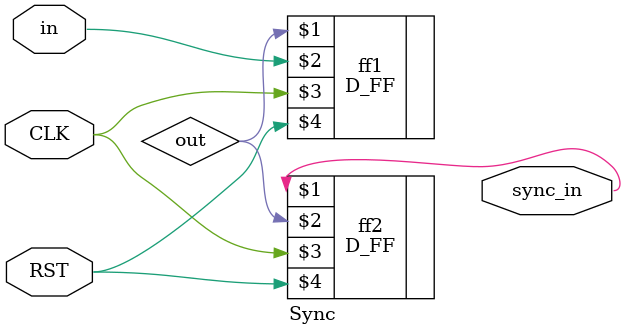
<source format=v>

module Sync(
    input in, CLK, RST,
    output sync_in
    );
    
    wire out;

    D_FF ff1(out,in, CLK, RST);
    D_FF ff2(sync_in, out, CLK, RST);        
endmodule

</source>
